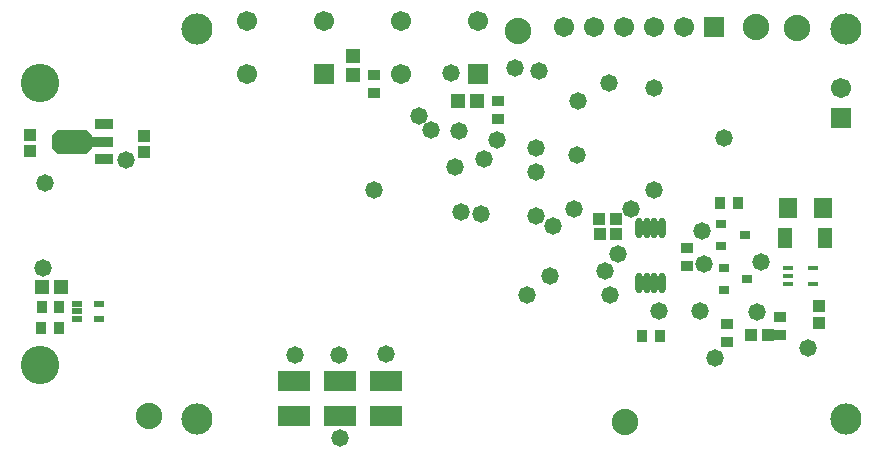
<source format=gts>
G04*
G04 #@! TF.GenerationSoftware,Altium Limited,Altium Designer,20.1.7 (139)*
G04*
G04 Layer_Color=8388736*
%FSLAX23Y23*%
%MOIN*%
G70*
G04*
G04 #@! TF.SameCoordinates,7C998F9C-D2B3-43E1-8EDA-AE96681A2DE1*
G04*
G04*
G04 #@! TF.FilePolarity,Negative*
G04*
G01*
G75*
%ADD21R,0.035X0.031*%
%ADD33R,0.051X0.071*%
%ADD34R,0.063X0.071*%
%ADD35R,0.043X0.036*%
%ADD36O,0.026X0.069*%
%ADD37R,0.039X0.043*%
%ADD38R,0.035X0.016*%
%ADD39R,0.047X0.045*%
%ADD40R,0.036X0.043*%
%ADD41R,0.043X0.039*%
%ADD42R,0.034X0.024*%
%ADD43R,0.045X0.047*%
%ADD44R,0.110X0.067*%
G04:AMPARAMS|DCode=45|XSize=83mil|YSize=134mil|CornerRadius=0mil|HoleSize=0mil|Usage=FLASHONLY|Rotation=270.000|XOffset=0mil|YOffset=0mil|HoleType=Round|Shape=Octagon|*
%AMOCTAGOND45*
4,1,8,0.067,0.021,0.067,-0.021,0.046,-0.041,-0.046,-0.041,-0.067,-0.021,-0.067,0.021,-0.046,0.041,0.046,0.041,0.067,0.021,0.0*
%
%ADD45OCTAGOND45*%

%ADD46R,0.063X0.032*%
%ADD47R,0.079X0.032*%
%ADD48R,0.067X0.067*%
%ADD49C,0.067*%
%ADD50C,0.088*%
%ADD51R,0.067X0.067*%
%ADD52C,0.128*%
%ADD53C,0.058*%
%ADD54C,0.104*%
D21*
X2694Y568D02*
D03*
X2616Y530D02*
D03*
Y605D02*
D03*
X2608Y750D02*
D03*
Y676D02*
D03*
X2686Y713D02*
D03*
D33*
X2954Y705D02*
D03*
X2820D02*
D03*
D34*
X2829Y803D02*
D03*
X2947D02*
D03*
D35*
X2493Y671D02*
D03*
Y611D02*
D03*
X1865Y1101D02*
D03*
Y1161D02*
D03*
X2628Y416D02*
D03*
Y356D02*
D03*
X2805Y440D02*
D03*
Y380D02*
D03*
X1451Y1187D02*
D03*
Y1247D02*
D03*
D36*
X2333Y554D02*
D03*
X2359D02*
D03*
X2384D02*
D03*
X2410D02*
D03*
X2333Y737D02*
D03*
X2359D02*
D03*
X2384D02*
D03*
X2410D02*
D03*
D37*
X2203Y718D02*
D03*
X2258D02*
D03*
X2202Y766D02*
D03*
X2257D02*
D03*
X2763Y380D02*
D03*
X2707D02*
D03*
D38*
X2829Y604D02*
D03*
Y578D02*
D03*
Y552D02*
D03*
X2915D02*
D03*
Y604D02*
D03*
D39*
X1794Y1160D02*
D03*
X1731D02*
D03*
X344Y539D02*
D03*
X407D02*
D03*
D40*
X2603Y822D02*
D03*
X2663D02*
D03*
X2403Y377D02*
D03*
X2343D02*
D03*
X402Y474D02*
D03*
X343D02*
D03*
X342Y404D02*
D03*
X401D02*
D03*
D41*
X2935Y478D02*
D03*
Y422D02*
D03*
X684Y990D02*
D03*
Y1045D02*
D03*
X304Y993D02*
D03*
Y1048D02*
D03*
D42*
X460Y485D02*
D03*
Y459D02*
D03*
Y433D02*
D03*
X535D02*
D03*
Y485D02*
D03*
D43*
X1380Y1310D02*
D03*
Y1247D02*
D03*
D44*
X1491Y109D02*
D03*
Y227D02*
D03*
X1336Y109D02*
D03*
Y227D02*
D03*
X1184Y109D02*
D03*
Y227D02*
D03*
D45*
X443Y1025D02*
D03*
D46*
X549Y1084D02*
D03*
Y966D02*
D03*
D47*
X541Y1025D02*
D03*
D48*
X2585Y1408D02*
D03*
X1798Y1249D02*
D03*
X1283D02*
D03*
D49*
X2485Y1408D02*
D03*
X2385D02*
D03*
X2285D02*
D03*
X2185D02*
D03*
X2085D02*
D03*
X3006Y1204D02*
D03*
X1542Y1249D02*
D03*
Y1427D02*
D03*
X1798D02*
D03*
X1027Y1249D02*
D03*
Y1427D02*
D03*
X1283D02*
D03*
D50*
X2861Y1404D02*
D03*
X2725Y1406D02*
D03*
X1931Y1393D02*
D03*
X2286Y90D02*
D03*
X700Y112D02*
D03*
D51*
X3006Y1104D02*
D03*
D52*
X338Y1219D02*
D03*
Y280D02*
D03*
D53*
X2307Y800D02*
D03*
X2544Y728D02*
D03*
X2127Y982D02*
D03*
X2238Y514D02*
D03*
X1962D02*
D03*
X2116Y799D02*
D03*
X2383Y863D02*
D03*
X2399Y459D02*
D03*
X2046Y743D02*
D03*
X2265Y651D02*
D03*
X2549Y618D02*
D03*
X2740Y623D02*
D03*
X2538Y459D02*
D03*
X2728Y456D02*
D03*
X2587Y305D02*
D03*
X1706Y1255D02*
D03*
X1735Y1061D02*
D03*
X2037Y578D02*
D03*
X1992Y778D02*
D03*
X2222Y593D02*
D03*
X347Y604D02*
D03*
X353Y888D02*
D03*
X2617Y1037D02*
D03*
X2383Y1205D02*
D03*
X2235Y1219D02*
D03*
X1816Y968D02*
D03*
X1861Y1029D02*
D03*
X1992Y1003D02*
D03*
X1991Y924D02*
D03*
X1451Y863D02*
D03*
X2132Y1162D02*
D03*
X1722Y942D02*
D03*
X1641Y1064D02*
D03*
X1739Y791D02*
D03*
X1807Y785D02*
D03*
X1601Y1112D02*
D03*
X1919Y1271D02*
D03*
X2001Y1259D02*
D03*
X1338Y36D02*
D03*
X1186Y313D02*
D03*
X1333Y314D02*
D03*
X1492Y316D02*
D03*
X2896Y337D02*
D03*
X624Y965D02*
D03*
D54*
X3025Y1400D02*
D03*
X860D02*
D03*
Y100D02*
D03*
X3025D02*
D03*
M02*

</source>
